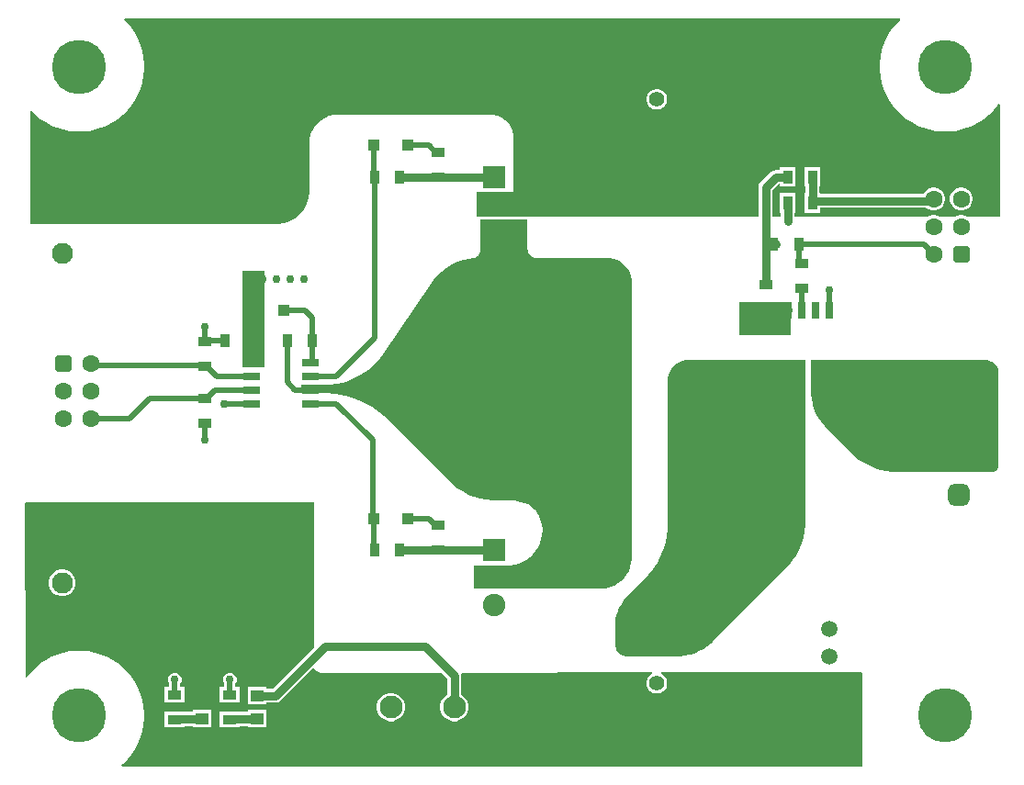
<source format=gtl>
G04*
G04 #@! TF.GenerationSoftware,Altium Limited,Altium Designer,21.1.1 (26)*
G04*
G04 Layer_Physical_Order=1*
G04 Layer_Color=255*
%FSLAX25Y25*%
%MOIN*%
G70*
G04*
G04 #@! TF.SameCoordinates,71F490B5-E471-4577-894E-B108FF22964F*
G04*
G04*
G04 #@! TF.FilePolarity,Positive*
G04*
G01*
G75*
%ADD17R,0.02559X0.06004*%
%ADD18R,0.05118X0.03543*%
%ADD19R,0.03543X0.05118*%
%ADD20R,0.04724X0.04331*%
%ADD21R,0.04291X0.04370*%
%ADD22R,0.06004X0.02559*%
%ADD45C,0.02000*%
%ADD46C,0.03000*%
G04:AMPARAMS|DCode=47|XSize=76.77mil|YSize=76.77mil|CornerRadius=19.19mil|HoleSize=0mil|Usage=FLASHONLY|Rotation=270.000|XOffset=0mil|YOffset=0mil|HoleType=Round|Shape=RoundedRectangle|*
%AMROUNDEDRECTD47*
21,1,0.07677,0.03839,0,0,270.0*
21,1,0.03839,0.07677,0,0,270.0*
1,1,0.03839,-0.01919,-0.01919*
1,1,0.03839,-0.01919,0.01919*
1,1,0.03839,0.01919,0.01919*
1,1,0.03839,0.01919,-0.01919*
%
%ADD47ROUNDEDRECTD47*%
%ADD48C,0.07677*%
%ADD49C,0.08268*%
%ADD50R,0.05906X0.05906*%
%ADD51C,0.05906*%
G04:AMPARAMS|DCode=52|XSize=55.12mil|YSize=55.12mil|CornerRadius=13.78mil|HoleSize=0mil|Usage=FLASHONLY|Rotation=270.000|XOffset=0mil|YOffset=0mil|HoleType=Round|Shape=RoundedRectangle|*
%AMROUNDEDRECTD52*
21,1,0.05512,0.02756,0,0,270.0*
21,1,0.02756,0.05512,0,0,270.0*
1,1,0.02756,-0.01378,-0.01378*
1,1,0.02756,-0.01378,0.01378*
1,1,0.02756,0.01378,0.01378*
1,1,0.02756,0.01378,-0.01378*
%
%ADD52ROUNDEDRECTD52*%
%ADD53C,0.05512*%
%ADD54C,0.06496*%
G04:AMPARAMS|DCode=55|XSize=62.99mil|YSize=62.99mil|CornerRadius=15.75mil|HoleSize=0mil|Usage=FLASHONLY|Rotation=270.000|XOffset=0mil|YOffset=0mil|HoleType=Round|Shape=RoundedRectangle|*
%AMROUNDEDRECTD55*
21,1,0.06299,0.03150,0,0,270.0*
21,1,0.03150,0.06299,0,0,270.0*
1,1,0.03150,-0.01575,-0.01575*
1,1,0.03150,-0.01575,0.01575*
1,1,0.03150,0.01575,0.01575*
1,1,0.03150,0.01575,-0.01575*
%
%ADD55ROUNDEDRECTD55*%
%ADD56C,0.06299*%
%ADD57C,0.19685*%
%ADD58R,0.08150X0.08150*%
%ADD59C,0.08150*%
%ADD60C,0.03150*%
%ADD61C,0.03000*%
%ADD62C,0.02362*%
G36*
X457357Y437038D02*
X456190Y435871D01*
X454719Y434078D01*
X453430Y432150D01*
X452337Y430104D01*
X451449Y427962D01*
X450776Y425742D01*
X450324Y423468D01*
X450096Y421160D01*
Y418840D01*
X450324Y416532D01*
X450776Y414258D01*
X451449Y412038D01*
X452337Y409896D01*
X453430Y407850D01*
X454719Y405922D01*
X456190Y404129D01*
X457830Y402489D01*
X459623Y401018D01*
X461551Y399729D01*
X463597Y398636D01*
X465739Y397748D01*
X467959Y397075D01*
X470233Y396623D01*
X472541Y396395D01*
X474861D01*
X477169Y396623D01*
X479443Y397075D01*
X481663Y397748D01*
X483805Y398636D01*
X485851Y399729D01*
X487779Y401018D01*
X489572Y402489D01*
X491212Y404129D01*
X492683Y405922D01*
X493021Y406428D01*
X493500Y406283D01*
Y365500D01*
X481737D01*
X481102Y365867D01*
X480046Y366150D01*
X478954D01*
X477898Y365867D01*
X477263Y365500D01*
X471737D01*
X471102Y365867D01*
X470046Y366150D01*
X468954D01*
X467898Y365867D01*
X467263Y365500D01*
X419049D01*
Y366941D01*
X419272D01*
Y374059D01*
X413728D01*
Y366941D01*
X413951D01*
Y365500D01*
X411049D01*
Y375273D01*
X413227Y377451D01*
X413728D01*
Y376441D01*
X419272D01*
Y383559D01*
X413728D01*
Y382549D01*
X412172D01*
X411196Y382355D01*
X410369Y381802D01*
X406698Y378131D01*
X406145Y377304D01*
X405951Y376328D01*
Y365500D01*
X303500D01*
Y374500D01*
X317000D01*
X317000Y394500D01*
X317000D01*
X317000Y394500D01*
X316961Y395284D01*
X316655Y396822D01*
X316055Y398271D01*
X315184Y399575D01*
X314075Y400684D01*
X312771Y401555D01*
X311322Y402155D01*
X309784Y402461D01*
X309000Y402500D01*
X253000Y402500D01*
X253000Y402500D01*
X252020Y402452D01*
X250097Y402069D01*
X248286Y401319D01*
X246656Y400230D01*
X245270Y398844D01*
X244181Y397214D01*
X243431Y395403D01*
X243048Y393480D01*
X243000Y392500D01*
X243000Y375000D01*
X243000Y375000D01*
Y374213D01*
X242795Y372654D01*
X242387Y371134D01*
X241786Y369681D01*
X240999Y368319D01*
X240041Y367071D01*
X238929Y365958D01*
X237681Y365001D01*
X236319Y364214D01*
X234865Y363612D01*
X233346Y363205D01*
X231786Y363000D01*
X141500D01*
Y403798D01*
X142000Y403992D01*
X143503Y402489D01*
X145296Y401018D01*
X147224Y399729D01*
X149270Y398636D01*
X151412Y397748D01*
X153632Y397075D01*
X155906Y396623D01*
X158214Y396395D01*
X160534D01*
X162842Y396623D01*
X165116Y397075D01*
X167336Y397748D01*
X169478Y398636D01*
X171524Y399729D01*
X173452Y401018D01*
X175245Y402489D01*
X176885Y404129D01*
X178356Y405922D01*
X179645Y407850D01*
X180738Y409896D01*
X181626Y412038D01*
X182299Y414258D01*
X182751Y416532D01*
X182979Y418840D01*
Y421160D01*
X182751Y423468D01*
X182299Y425742D01*
X181626Y427962D01*
X180738Y430104D01*
X179645Y432150D01*
X178356Y434078D01*
X176885Y435871D01*
X175718Y437038D01*
X175909Y437500D01*
X457166D01*
X457357Y437038D01*
D02*
G37*
G36*
X417500Y322500D02*
X399000D01*
Y334500D01*
X417500D01*
Y322500D01*
D02*
G37*
G36*
X423000Y254743D02*
X423000Y253587D01*
X422774Y251287D01*
X422323Y249021D01*
X421652Y246809D01*
X420767Y244674D01*
X419678Y242636D01*
X418394Y240714D01*
X416928Y238928D01*
X416111Y238111D01*
X416111Y238111D01*
X416111Y238111D01*
X389328Y211328D01*
X388696Y210697D01*
X387315Y209562D01*
X385828Y208569D01*
X384252Y207727D01*
X382601Y207043D01*
X380890Y206524D01*
X379137Y206175D01*
X377358Y206000D01*
X376465Y206000D01*
X376464Y206000D01*
X376464Y206000D01*
X358000Y206000D01*
X357606Y206000D01*
X356833Y206154D01*
X356105Y206455D01*
X355450Y206893D01*
X354893Y207450D01*
X354455Y208105D01*
X354154Y208833D01*
X354000Y209606D01*
Y210000D01*
X354000Y210000D01*
X354000Y217172D01*
X354000Y217922D01*
X354147Y219416D01*
X354440Y220888D01*
X354876Y222325D01*
X355450Y223712D01*
X356158Y225036D01*
X356992Y226284D01*
X357944Y227444D01*
X358475Y227975D01*
Y227975D01*
X365111Y234611D01*
X366022Y235568D01*
X367699Y237612D01*
X369168Y239809D01*
X370414Y242141D01*
X371426Y244583D01*
X372193Y247112D01*
X372708Y249705D01*
X372968Y252335D01*
X373000Y253657D01*
X373000Y253657D01*
Y306000D01*
X373000Y306739D01*
X373288Y308188D01*
X373854Y309553D01*
X374674Y310781D01*
X375719Y311826D01*
X376947Y312646D01*
X378312Y313212D01*
X379761Y313500D01*
X380500Y313500D01*
X380500Y313500D01*
X423000Y313500D01*
X423000Y254743D01*
D02*
G37*
G36*
X226500Y311000D02*
X218500D01*
Y346000D01*
X226500D01*
Y311000D01*
D02*
G37*
G36*
X488500Y313500D02*
X488500Y313500D01*
X488504D01*
X488963Y313496D01*
X489813Y313327D01*
X490632Y312988D01*
X491369Y312495D01*
X491995Y311869D01*
X492488Y311132D01*
X492827Y310313D01*
X493000Y309443D01*
X493000Y309000D01*
X493000Y275000D01*
X493000Y275000D01*
Y274602D01*
X492696Y273867D01*
X492133Y273305D01*
X491398Y273000D01*
X491000D01*
X455743Y273000D01*
X454646D01*
X452465Y273215D01*
X450314Y273643D01*
X448216Y274279D01*
X446191Y275118D01*
X444257Y276151D01*
X442434Y277369D01*
X440740Y278760D01*
X439964Y279536D01*
X430475Y289025D01*
X430475Y289025D01*
X429825Y289674D01*
X428660Y291094D01*
X427640Y292621D01*
X426774Y294241D01*
X426071Y295938D01*
X425538Y297695D01*
X425180Y299497D01*
X425000Y301324D01*
X425000Y302243D01*
X425000Y313500D01*
X488500D01*
X488500Y313500D01*
D02*
G37*
G36*
X322000Y354500D02*
X322019Y354108D01*
X322172Y353339D01*
X322472Y352614D01*
X322908Y351962D01*
X323462Y351408D01*
X324114Y350972D01*
X324839Y350672D01*
X325608Y350519D01*
X326000Y350500D01*
X351000Y350500D01*
X351886Y350500D01*
X353625Y350154D01*
X355263Y349476D01*
X356737Y348491D01*
X357991Y347237D01*
X358976Y345763D01*
X359654Y344125D01*
X360000Y342386D01*
X360000Y341500D01*
X360000D01*
X360000Y341500D01*
X360000Y242000D01*
X360000Y241246D01*
X359803Y239752D01*
X359413Y238295D01*
X358836Y236903D01*
X358082Y235597D01*
X357165Y234401D01*
X356099Y233335D01*
X354903Y232417D01*
X353597Y231664D01*
X352204Y231087D01*
X350748Y230697D01*
X349254Y230500D01*
X348500Y230500D01*
X302500D01*
Y239000D01*
X315000Y239000D01*
X315787Y239025D01*
X317349Y239223D01*
X318874Y239615D01*
X320337Y240197D01*
X321716Y240957D01*
X322988Y241885D01*
X324133Y242966D01*
X325134Y244182D01*
X325973Y245514D01*
X326639Y246941D01*
X327120Y248440D01*
X327408Y249988D01*
X327479Y250772D01*
X327515Y251341D01*
X327503Y252480D01*
X327379Y253612D01*
X327145Y254727D01*
X326803Y255813D01*
X326356Y256861D01*
X325809Y257860D01*
X325166Y258800D01*
X324811Y259245D01*
X324322Y259658D01*
X323285Y260408D01*
X322181Y261053D01*
X321018Y261587D01*
X319809Y262005D01*
X318564Y262301D01*
X317297Y262475D01*
X316018Y262523D01*
X315379Y262500D01*
X315379Y262500D01*
X315379Y262500D01*
X310600Y262500D01*
X309462D01*
X307195Y262723D01*
X304962Y263168D01*
X302783Y263828D01*
X300679Y264700D01*
X298670Y265774D01*
X296777Y267039D01*
X295017Y268483D01*
X294211Y269288D01*
Y269288D01*
X272435Y291065D01*
X271168Y292271D01*
X268466Y294489D01*
X265559Y296431D01*
X262475Y298079D01*
X259245Y299417D01*
X255899Y300432D01*
X252470Y301114D01*
X248991Y301457D01*
X247243Y301500D01*
X247243Y301500D01*
X247243Y301500D01*
X240000Y301500D01*
Y304500D01*
X248527D01*
X250076Y304547D01*
X253150Y304922D01*
X256157Y305667D01*
X259051Y306770D01*
X261790Y308216D01*
X264333Y309983D01*
X266644Y312045D01*
X268689Y314371D01*
X269601Y315623D01*
X287330Y341568D01*
X287954Y342482D01*
X289394Y344165D01*
X291006Y345684D01*
X292772Y347019D01*
X294672Y348157D01*
X296683Y349084D01*
X298783Y349788D01*
X300946Y350262D01*
X302047Y350381D01*
Y350381D01*
X302346Y350427D01*
X302925Y350601D01*
X303463Y350876D01*
X303941Y351245D01*
X304345Y351695D01*
X304660Y352210D01*
X304876Y352775D01*
X304986Y353369D01*
X305000Y353671D01*
X305000D01*
X305000Y364480D01*
X322000D01*
X322000Y354500D01*
D02*
G37*
G36*
X244500Y262000D02*
X244500Y209105D01*
X229578Y194183D01*
X227362D01*
Y194799D01*
X220638D01*
Y188469D01*
X227362D01*
Y189085D01*
X230634D01*
X231609Y189279D01*
X232436Y189831D01*
X244250Y201645D01*
X244740Y201548D01*
X244921Y201111D01*
X245611Y200422D01*
X246512Y200049D01*
X246999Y200001D01*
X246999Y200001D01*
X290877Y200018D01*
X292951Y197944D01*
Y191956D01*
X292348Y191608D01*
X291392Y190652D01*
X290716Y189482D01*
X290366Y188176D01*
Y186824D01*
X290716Y185518D01*
X291392Y184348D01*
X292348Y183392D01*
X293518Y182716D01*
X294824Y182366D01*
X296176D01*
X297482Y182716D01*
X298652Y183392D01*
X299608Y184348D01*
X300284Y185518D01*
X300634Y186824D01*
Y188176D01*
X300284Y189482D01*
X299608Y190652D01*
X298652Y191608D01*
X298049Y191956D01*
Y199000D01*
X297945Y199521D01*
X298356Y200021D01*
X367226Y200047D01*
X367360Y199547D01*
X366694Y199163D01*
X365995Y198464D01*
X365500Y197607D01*
X365244Y196652D01*
Y195663D01*
X365500Y194708D01*
X365995Y193851D01*
X366694Y193152D01*
X367550Y192657D01*
X368506Y192402D01*
X369495D01*
X370450Y192657D01*
X371306Y193152D01*
X372006Y193851D01*
X372500Y194708D01*
X372756Y195663D01*
Y196652D01*
X372500Y197607D01*
X372006Y198464D01*
X371306Y199163D01*
X370638Y199549D01*
X370772Y200049D01*
X443146Y200077D01*
X443500Y199723D01*
Y166000D01*
X174892D01*
X174724Y166471D01*
X175245Y166898D01*
X176885Y168538D01*
X178356Y170331D01*
X179645Y172259D01*
X180738Y174305D01*
X181626Y176447D01*
X182299Y178667D01*
X182751Y180941D01*
X182979Y183250D01*
Y185569D01*
X182751Y187877D01*
X182299Y190152D01*
X181626Y192371D01*
X180738Y194514D01*
X179645Y196559D01*
X178356Y198487D01*
X176885Y200280D01*
X175245Y201920D01*
X173452Y203392D01*
X171524Y204680D01*
X169478Y205773D01*
X167336Y206661D01*
X165116Y207334D01*
X162842Y207786D01*
X160534Y208014D01*
X158214D01*
X155906Y207786D01*
X153632Y207334D01*
X151412Y206661D01*
X149270Y205773D01*
X147224Y204680D01*
X145296Y203392D01*
X143503Y201920D01*
X141863Y200280D01*
X140392Y198487D01*
X140305Y198357D01*
X139826Y198501D01*
X139502Y261646D01*
X139855Y262000D01*
X244500Y262000D01*
D02*
G37*
%LPC*%
G36*
X369495Y411941D02*
X368506D01*
X367550Y411685D01*
X366694Y411191D01*
X365995Y410491D01*
X365500Y409635D01*
X365244Y408679D01*
Y407691D01*
X365500Y406735D01*
X365995Y405879D01*
X366694Y405180D01*
X367550Y404685D01*
X368506Y404429D01*
X369495D01*
X370450Y404685D01*
X371306Y405180D01*
X372006Y405879D01*
X372500Y406735D01*
X372756Y407691D01*
Y408679D01*
X372500Y409635D01*
X372006Y410491D01*
X371306Y411191D01*
X370450Y411685D01*
X369495Y411941D01*
D02*
G37*
G36*
X480046Y376150D02*
X478954D01*
X477898Y375867D01*
X476952Y375321D01*
X476180Y374548D01*
X475633Y373602D01*
X475350Y372546D01*
Y371454D01*
X475633Y370398D01*
X476180Y369452D01*
X476952Y368679D01*
X477898Y368133D01*
X478954Y367850D01*
X480046D01*
X481102Y368133D01*
X482048Y368679D01*
X482821Y369452D01*
X483367Y370398D01*
X483650Y371454D01*
Y372546D01*
X483367Y373602D01*
X482821Y374548D01*
X482048Y375321D01*
X481102Y375867D01*
X480046Y376150D01*
D02*
G37*
G36*
X428272Y383559D02*
X422728D01*
Y376441D01*
X422951D01*
Y374059D01*
X422728D01*
Y366941D01*
X428272D01*
Y368820D01*
X466812D01*
X466952Y368679D01*
X467898Y368133D01*
X468954Y367850D01*
X470046D01*
X471102Y368133D01*
X472048Y368679D01*
X472821Y369452D01*
X473367Y370398D01*
X473650Y371454D01*
Y372546D01*
X473367Y373602D01*
X472821Y374548D01*
X472048Y375321D01*
X471102Y375867D01*
X470046Y376150D01*
X468954D01*
X467898Y375867D01*
X466952Y375321D01*
X466180Y374548D01*
X465816Y373918D01*
X428272D01*
Y374059D01*
X428049D01*
Y376441D01*
X428272D01*
Y383559D01*
D02*
G37*
G36*
X153865Y237396D02*
X152591D01*
X151361Y237066D01*
X150257Y236429D01*
X149356Y235528D01*
X148720Y234425D01*
X148390Y233194D01*
Y231921D01*
X148720Y230690D01*
X149356Y229587D01*
X150257Y228686D01*
X151361Y228049D01*
X152591Y227719D01*
X153865D01*
X155096Y228049D01*
X156199Y228686D01*
X157100Y229587D01*
X157737Y230690D01*
X158067Y231921D01*
Y233194D01*
X157737Y234425D01*
X157100Y235528D01*
X156199Y236429D01*
X155096Y237066D01*
X153865Y237396D01*
D02*
G37*
G36*
X214497Y200000D02*
X213503D01*
X212584Y199619D01*
X211881Y198916D01*
X211500Y197997D01*
Y197003D01*
X211881Y196084D01*
X211961Y196004D01*
Y194772D01*
X210441D01*
Y189228D01*
X217559D01*
Y194772D01*
X216039D01*
Y196004D01*
X216119Y196084D01*
X216500Y197003D01*
Y197997D01*
X216119Y198916D01*
X215416Y199619D01*
X214497Y200000D01*
D02*
G37*
G36*
X194497D02*
X193503D01*
X192584Y199619D01*
X191881Y198916D01*
X191500Y197997D01*
Y197003D01*
X191881Y196084D01*
X191961Y196004D01*
Y194772D01*
X190441D01*
Y189228D01*
X197559D01*
Y194772D01*
X196039D01*
Y196004D01*
X196119Y196084D01*
X196500Y197003D01*
Y197997D01*
X196119Y198916D01*
X195416Y199619D01*
X194497Y200000D01*
D02*
G37*
G36*
X227362Y186531D02*
X220638D01*
Y185732D01*
X217559D01*
Y185772D01*
X210441D01*
Y180228D01*
X217559D01*
Y180634D01*
X220638D01*
Y180201D01*
X227362D01*
Y186531D01*
D02*
G37*
G36*
X207362D02*
X200638D01*
Y185732D01*
X197559D01*
Y185772D01*
X190441D01*
Y180228D01*
X197559D01*
Y180634D01*
X200638D01*
Y180201D01*
X207362D01*
Y186531D01*
D02*
G37*
G36*
X273176Y192634D02*
X271824D01*
X270518Y192284D01*
X269348Y191608D01*
X268392Y190652D01*
X267716Y189482D01*
X267366Y188176D01*
Y186824D01*
X267716Y185518D01*
X268392Y184348D01*
X269348Y183392D01*
X270518Y182716D01*
X271824Y182366D01*
X273176D01*
X274482Y182716D01*
X275652Y183392D01*
X276608Y184348D01*
X277284Y185518D01*
X277634Y186824D01*
Y188176D01*
X277284Y189482D01*
X276608Y190652D01*
X275652Y191608D01*
X274482Y192284D01*
X273176Y192634D01*
D02*
G37*
%LPD*%
D17*
X416500Y310323D02*
D03*
X421500D02*
D03*
X426500D02*
D03*
X431500D02*
D03*
Y331677D02*
D03*
X426500D02*
D03*
X421500D02*
D03*
X416500D02*
D03*
D18*
X408500Y331972D02*
D03*
Y341028D02*
D03*
X421500Y348500D02*
D03*
Y339500D02*
D03*
X214000Y192000D02*
D03*
Y183000D02*
D03*
X289500Y253500D02*
D03*
Y244500D02*
D03*
X205000Y320200D02*
D03*
Y311200D02*
D03*
Y290700D02*
D03*
Y299700D02*
D03*
X289500Y389000D02*
D03*
Y380000D02*
D03*
X194000Y192000D02*
D03*
Y183000D02*
D03*
D19*
X420528Y355500D02*
D03*
X411472D02*
D03*
X275500Y244500D02*
D03*
X266500D02*
D03*
X275500Y380000D02*
D03*
X266500D02*
D03*
X244028Y320700D02*
D03*
X234972D02*
D03*
X221528D02*
D03*
X212472D02*
D03*
X416500Y370500D02*
D03*
X425500D02*
D03*
Y380000D02*
D03*
X416500D02*
D03*
D20*
X224000Y183366D02*
D03*
Y191634D02*
D03*
X204000Y183366D02*
D03*
Y191634D02*
D03*
D21*
X221299Y331700D02*
D03*
X233701D02*
D03*
X266299Y391500D02*
D03*
X278701D02*
D03*
X266299Y256000D02*
D03*
X278701D02*
D03*
D22*
X243177Y312700D02*
D03*
Y307700D02*
D03*
Y302700D02*
D03*
Y297700D02*
D03*
X221823D02*
D03*
Y302700D02*
D03*
Y307700D02*
D03*
Y312700D02*
D03*
D45*
X212000Y297500D02*
X212100Y297600D01*
X221723D02*
X221823Y297700D01*
X212100Y297600D02*
X221723D01*
X194000Y192000D02*
Y197500D01*
X214000Y192000D02*
Y197500D01*
X420500Y349272D02*
X421272Y348500D01*
X420500Y355472D02*
X420528Y355500D01*
X421272Y348500D02*
X421500D01*
X420500Y349272D02*
Y355472D01*
X431500Y331677D02*
Y339000D01*
X205000Y284500D02*
Y290700D01*
Y320200D02*
Y325500D01*
X205250Y320450D02*
X212222D01*
X212472Y320700D01*
X205000Y320200D02*
X205250Y320450D01*
X466000Y355500D02*
X469500Y352000D01*
X421528Y355500D02*
X466000D01*
X421500Y331677D02*
Y339500D01*
X286213Y256000D02*
X288713Y253500D01*
X289500D01*
X278701Y256000D02*
X286213D01*
X278701Y391500D02*
X286213D01*
X288713Y389000D01*
X289500D01*
X266400Y380100D02*
Y391400D01*
X266299Y391500D02*
X266400Y391400D01*
Y380100D02*
X266500Y380000D01*
X266299Y256000D02*
X266400Y255900D01*
Y244600D02*
X266500Y244500D01*
X266400Y244600D02*
Y255900D01*
X252800Y297700D02*
X266000Y284500D01*
Y256299D02*
X266299Y256000D01*
X266000Y256299D02*
Y284500D01*
X252700Y307700D02*
X266500Y321500D01*
Y380000D01*
X243177Y297700D02*
X252800D01*
X243177Y307700D02*
X252700D01*
X234972Y305528D02*
X237800Y302700D01*
X243177D01*
X234972Y305528D02*
Y320700D01*
X243748Y312700D02*
X244028Y312980D01*
Y320700D01*
X243177Y312700D02*
X243748D01*
X241300Y331700D02*
X244028Y328972D01*
Y320700D02*
Y328972D01*
X233701Y331700D02*
X241300D01*
X177500Y292200D02*
X185000Y299700D01*
X163500Y292200D02*
X177500D01*
X185000Y299700D02*
X205000D01*
X164000Y311700D02*
X204500D01*
X163500Y312200D02*
X164000Y311700D01*
X204500D02*
X205000Y311200D01*
Y299700D02*
X205787D01*
X208787Y302700D02*
X221823D01*
X205787Y299700D02*
X208787Y302700D01*
X205787Y311200D02*
X209287Y307700D01*
X205000Y311200D02*
X205787D01*
X209287Y307700D02*
X221823D01*
D46*
X408500Y356000D02*
Y376328D01*
Y348500D02*
Y356000D01*
X411972D01*
X412472Y355500D01*
X285000Y209500D02*
X295500Y199000D01*
Y187500D02*
Y199000D01*
X248500Y209500D02*
X285000D01*
X230634Y191634D02*
X248500Y209500D01*
X224000Y191634D02*
X230634D01*
X412172Y380000D02*
X416500D01*
X408500Y376328D02*
X412172Y380000D01*
X408500Y341028D02*
Y348500D01*
X194183Y183183D02*
X203817D01*
X194000Y183000D02*
X194183Y183183D01*
X203817D02*
X204000Y183366D01*
X214183Y183183D02*
X223817D01*
X224000Y183366D01*
X214000Y183000D02*
X214183Y183183D01*
X416500Y364000D02*
Y370500D01*
X416280Y331972D02*
X416500Y331752D01*
Y331677D02*
Y331752D01*
X408500Y331972D02*
X416280D01*
X425500Y371097D02*
Y380000D01*
Y370500D02*
Y371097D01*
X468869Y371369D02*
X469500Y372000D01*
X425772Y371369D02*
X468869D01*
X425500Y371097D02*
X425772Y371369D01*
X289500Y244500D02*
X310000D01*
X275500D02*
X289500D01*
Y380000D02*
X310000D01*
X275500D02*
X289500D01*
X221299Y331700D02*
X221945Y331054D01*
Y329313D02*
Y331054D01*
X221528Y319913D02*
Y321487D01*
X221945Y329313D02*
X222000Y329258D01*
Y321960D02*
Y329258D01*
X221528Y321487D02*
X222000Y321960D01*
X221823Y312700D02*
Y319617D01*
X221528Y319913D02*
X221823Y319617D01*
D47*
X153228Y371843D02*
D03*
X478772Y264657D02*
D03*
X153228Y252242D02*
D03*
D48*
Y352157D02*
D03*
X478772Y284343D02*
D03*
X153228Y232558D02*
D03*
D49*
X295500Y187500D02*
D03*
X272500D02*
D03*
X249500D02*
D03*
D50*
X431693Y196000D02*
D03*
D51*
Y206000D02*
D03*
Y216000D02*
D03*
D52*
X369000Y388500D02*
D03*
X369000Y215843D02*
D03*
D53*
X369000Y408185D02*
D03*
X369000Y196158D02*
D03*
D54*
X388685Y302200D02*
D03*
X349315D02*
D03*
D55*
X153500Y312200D02*
D03*
X479500Y352000D02*
D03*
D56*
X163500Y312200D02*
D03*
X153500Y302200D02*
D03*
X163500D02*
D03*
X153500Y292200D02*
D03*
X163500D02*
D03*
X469500Y372000D02*
D03*
X479500D02*
D03*
X469500Y362000D02*
D03*
X479500D02*
D03*
X469500Y352000D02*
D03*
D57*
X473701Y420000D02*
D03*
Y184409D02*
D03*
X159374Y184409D02*
D03*
Y420000D02*
D03*
D58*
X310000Y380000D02*
D03*
Y244500D02*
D03*
D59*
Y370000D02*
D03*
Y360000D02*
D03*
Y234500D02*
D03*
Y224500D02*
D03*
D60*
X297500Y334000D02*
D03*
X302500D02*
D03*
X322500D02*
D03*
X327500D02*
D03*
X317500D02*
D03*
X312500D02*
D03*
X307500D02*
D03*
X292500D02*
D03*
X402000Y330500D02*
D03*
Y325500D02*
D03*
X387000Y285000D02*
D03*
Y280000D02*
D03*
X392000Y285000D02*
D03*
Y280000D02*
D03*
X397000D02*
D03*
Y285000D02*
D03*
X387000Y260000D02*
D03*
Y265000D02*
D03*
X397000Y260000D02*
D03*
X392000D02*
D03*
Y265000D02*
D03*
X397000D02*
D03*
Y275000D02*
D03*
X392000D02*
D03*
Y270000D02*
D03*
X397000D02*
D03*
X387000Y275000D02*
D03*
Y270000D02*
D03*
Y255000D02*
D03*
X397000D02*
D03*
X392000D02*
D03*
X397000Y250000D02*
D03*
X392000D02*
D03*
Y245000D02*
D03*
X397000D02*
D03*
X387000Y250000D02*
D03*
Y245000D02*
D03*
X402000Y305000D02*
D03*
X407000D02*
D03*
X402000Y245000D02*
D03*
Y250000D02*
D03*
X412000Y245000D02*
D03*
X407000D02*
D03*
Y250000D02*
D03*
X412000D02*
D03*
X417000D02*
D03*
X407000Y255000D02*
D03*
X412000D02*
D03*
X417000D02*
D03*
X402000D02*
D03*
Y270000D02*
D03*
Y275000D02*
D03*
X417000Y270000D02*
D03*
X412000D02*
D03*
X407000D02*
D03*
Y275000D02*
D03*
X412000D02*
D03*
X417000D02*
D03*
Y265000D02*
D03*
X412000D02*
D03*
X407000D02*
D03*
Y260000D02*
D03*
X412000D02*
D03*
X417000D02*
D03*
X402000Y265000D02*
D03*
Y260000D02*
D03*
X412000Y300000D02*
D03*
X417000D02*
D03*
X412000Y285000D02*
D03*
Y280000D02*
D03*
Y290000D02*
D03*
Y295000D02*
D03*
X417000D02*
D03*
Y290000D02*
D03*
Y285000D02*
D03*
Y280000D02*
D03*
X407000D02*
D03*
Y285000D02*
D03*
Y290000D02*
D03*
Y295000D02*
D03*
X402000D02*
D03*
Y290000D02*
D03*
Y280000D02*
D03*
Y285000D02*
D03*
X407000Y300000D02*
D03*
X402000D02*
D03*
X287500Y284000D02*
D03*
X327500Y274000D02*
D03*
X307500Y279000D02*
D03*
Y274000D02*
D03*
Y284000D02*
D03*
X322500D02*
D03*
X327500D02*
D03*
X317500D02*
D03*
X312500D02*
D03*
X322500Y279000D02*
D03*
X327500D02*
D03*
X317500D02*
D03*
X312500D02*
D03*
X322500Y274000D02*
D03*
X317500D02*
D03*
X312500D02*
D03*
X302500D02*
D03*
Y279000D02*
D03*
Y284000D02*
D03*
X297500D02*
D03*
Y274000D02*
D03*
Y279000D02*
D03*
X292500Y284000D02*
D03*
Y279000D02*
D03*
X287500Y329000D02*
D03*
X282500Y314000D02*
D03*
Y309000D02*
D03*
Y319000D02*
D03*
Y324000D02*
D03*
X287500D02*
D03*
Y319000D02*
D03*
Y314000D02*
D03*
Y309000D02*
D03*
X292500Y324000D02*
D03*
Y319000D02*
D03*
Y309000D02*
D03*
Y314000D02*
D03*
Y329000D02*
D03*
Y294000D02*
D03*
Y289000D02*
D03*
Y299000D02*
D03*
Y304000D02*
D03*
X287500Y289000D02*
D03*
Y294000D02*
D03*
Y299000D02*
D03*
Y304000D02*
D03*
X282500D02*
D03*
Y299000D02*
D03*
Y289000D02*
D03*
Y294000D02*
D03*
X297500D02*
D03*
Y289000D02*
D03*
Y299000D02*
D03*
Y304000D02*
D03*
X302500D02*
D03*
Y299000D02*
D03*
Y294000D02*
D03*
Y289000D02*
D03*
X312500D02*
D03*
X317500D02*
D03*
X322500D02*
D03*
X312500Y294000D02*
D03*
X317500D02*
D03*
X327500D02*
D03*
X322500D02*
D03*
X312500Y299000D02*
D03*
X317500D02*
D03*
X327500D02*
D03*
X322500D02*
D03*
X312500Y304000D02*
D03*
X317500D02*
D03*
X327500D02*
D03*
X322500D02*
D03*
X307500D02*
D03*
Y299000D02*
D03*
Y289000D02*
D03*
Y294000D02*
D03*
X327500Y289000D02*
D03*
Y309000D02*
D03*
X307500Y329000D02*
D03*
X312500D02*
D03*
X317500D02*
D03*
X327500D02*
D03*
X322500D02*
D03*
X307500Y314000D02*
D03*
Y309000D02*
D03*
Y319000D02*
D03*
Y324000D02*
D03*
X322500D02*
D03*
X327500D02*
D03*
X317500D02*
D03*
X312500D02*
D03*
X322500Y319000D02*
D03*
X327500D02*
D03*
X317500D02*
D03*
X312500D02*
D03*
X322500Y314000D02*
D03*
X327500D02*
D03*
X317500D02*
D03*
X312500D02*
D03*
X322500Y309000D02*
D03*
X317500D02*
D03*
X312500D02*
D03*
X302500D02*
D03*
Y314000D02*
D03*
Y319000D02*
D03*
Y324000D02*
D03*
X297500D02*
D03*
Y319000D02*
D03*
Y309000D02*
D03*
Y314000D02*
D03*
X302500Y329000D02*
D03*
X297500D02*
D03*
X447500Y308500D02*
D03*
X452500D02*
D03*
X447500Y293500D02*
D03*
Y288500D02*
D03*
Y298500D02*
D03*
Y303500D02*
D03*
X452500D02*
D03*
Y298500D02*
D03*
Y293500D02*
D03*
Y288500D02*
D03*
X462500D02*
D03*
X467500D02*
D03*
X472500D02*
D03*
X462500Y293500D02*
D03*
X467500D02*
D03*
X477500D02*
D03*
X472500D02*
D03*
X462500Y298500D02*
D03*
X467500D02*
D03*
X477500D02*
D03*
X472500D02*
D03*
X462500Y303500D02*
D03*
X467500D02*
D03*
X477500D02*
D03*
X472500D02*
D03*
X457500D02*
D03*
Y298500D02*
D03*
Y288500D02*
D03*
Y293500D02*
D03*
X472500Y308500D02*
D03*
X477500D02*
D03*
X467500D02*
D03*
X462500D02*
D03*
X457500D02*
D03*
D61*
X212000Y297500D02*
D03*
X194000Y197500D02*
D03*
X214000D02*
D03*
X407000Y325500D02*
D03*
X408500Y348500D02*
D03*
X221000Y343000D02*
D03*
X226000D02*
D03*
X231000D02*
D03*
X236000D02*
D03*
X241000D02*
D03*
X242000Y259000D02*
D03*
Y254000D02*
D03*
X227000D02*
D03*
X232000D02*
D03*
X237000D02*
D03*
X222000D02*
D03*
X237000Y259000D02*
D03*
X232000D02*
D03*
X227000D02*
D03*
X222000D02*
D03*
X431500Y339000D02*
D03*
X205000Y284500D02*
D03*
Y325500D02*
D03*
X416500Y364000D02*
D03*
D62*
X479201Y425500D02*
D03*
Y414500D02*
D03*
X468201D02*
D03*
Y425500D02*
D03*
X465701Y420000D02*
D03*
X481701D02*
D03*
X473701Y412000D02*
D03*
Y428000D02*
D03*
X479201Y189909D02*
D03*
Y178909D02*
D03*
X468201D02*
D03*
Y189909D02*
D03*
X465701Y184409D02*
D03*
X481701D02*
D03*
X473701Y176409D02*
D03*
Y192409D02*
D03*
X164874Y189909D02*
D03*
Y178909D02*
D03*
X153874D02*
D03*
Y189909D02*
D03*
X151374Y184409D02*
D03*
X167374D02*
D03*
X159374Y176409D02*
D03*
Y192409D02*
D03*
X164874Y425500D02*
D03*
Y414500D02*
D03*
X153874D02*
D03*
Y425500D02*
D03*
X151374Y420000D02*
D03*
X167374D02*
D03*
X159374Y412000D02*
D03*
Y428000D02*
D03*
M02*

</source>
